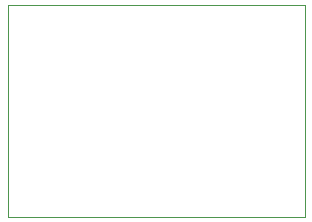
<source format=gbr>
%FSLAX46Y46*%
G04 Gerber Fmt 4.6, Leading zero omitted, Abs format (unit mm)*
G04 Created by KiCad (PCBNEW (2014-10-27 BZR 5228)-product) date 21/11/2015 15:14:05*
%MOMM*%
G01*
G04 APERTURE LIST*
%ADD10C,0.100000*%
%ADD11C,0.020000*%
G04 APERTURE END LIST*
D10*
D11*
X0Y-17900000D02*
X0Y0D01*
X25159000Y0D02*
X0Y0D01*
X25159000Y-17900000D02*
X25159000Y0D01*
X0Y-17900000D02*
X25159000Y-17900000D01*
M02*

</source>
